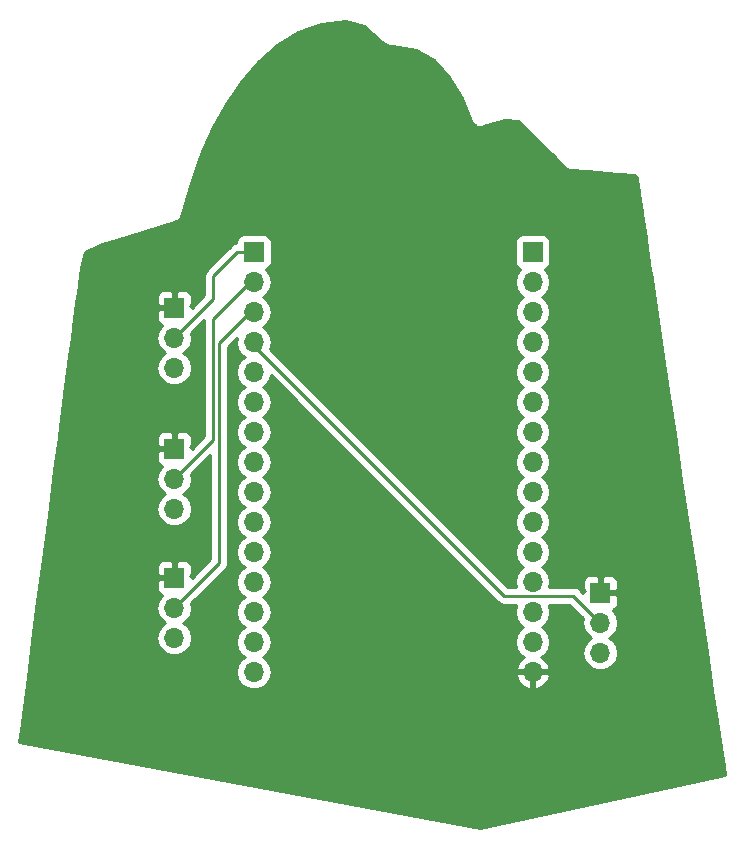
<source format=gbl>
G04 #@! TF.GenerationSoftware,KiCad,Pcbnew,(5.0.0-3-g5ebb6b6)*
G04 #@! TF.CreationDate,2018-09-06T10:07:47-04:00*
G04 #@! TF.ProjectId,PCB,5043422E6B696361645F706362000000,rev?*
G04 #@! TF.SameCoordinates,Original*
G04 #@! TF.FileFunction,Copper,L2,Bot,Signal*
G04 #@! TF.FilePolarity,Positive*
%FSLAX46Y46*%
G04 Gerber Fmt 4.6, Leading zero omitted, Abs format (unit mm)*
G04 Created by KiCad (PCBNEW (5.0.0-3-g5ebb6b6)) date Thursday, September 06, 2018 at 10:07:47 AM*
%MOMM*%
%LPD*%
G01*
G04 APERTURE LIST*
G04 #@! TA.AperFunction,ComponentPad*
%ADD10O,1.700000X1.700000*%
G04 #@! TD*
G04 #@! TA.AperFunction,ComponentPad*
%ADD11R,1.700000X1.700000*%
G04 #@! TD*
G04 #@! TA.AperFunction,Conductor*
%ADD12C,0.250000*%
G04 #@! TD*
G04 #@! TA.AperFunction,Conductor*
%ADD13C,0.254000*%
G04 #@! TD*
G04 APERTURE END LIST*
D10*
G04 #@! TO.P,U1,21*
G04 #@! TO.N,Net-(U1-Pad21)*
X63638000Y-116936000D03*
G04 #@! TO.P,U1,22*
G04 #@! TO.N,GND*
X63638000Y-119476000D03*
G04 #@! TO.P,U1,23*
G04 #@! TO.N,Net-(U1-Pad23)*
X63638000Y-122016000D03*
G04 #@! TO.P,U1,24*
G04 #@! TO.N,Net-(U1-Pad24)*
X63638000Y-124556000D03*
G04 #@! TO.P,U1,30*
G04 #@! TO.N,Net-(U1-Pad30)*
X63638000Y-139796000D03*
G04 #@! TO.P,U1,19*
G04 #@! TO.N,/FLOW4*
X63638000Y-111856000D03*
G04 #@! TO.P,U1,20*
G04 #@! TO.N,Net-(U1-Pad20)*
X63638000Y-114396000D03*
D11*
G04 #@! TO.P,U1,16*
G04 #@! TO.N,/FLOW1*
X63638000Y-104236000D03*
D10*
G04 #@! TO.P,U1,17*
G04 #@! TO.N,/FLOW2*
X63638000Y-106776000D03*
G04 #@! TO.P,U1,18*
G04 #@! TO.N,/FLOW3*
X63638000Y-109316000D03*
G04 #@! TO.P,U1,25*
G04 #@! TO.N,Net-(U1-Pad25)*
X63638000Y-127096000D03*
G04 #@! TO.P,U1,26*
G04 #@! TO.N,Net-(U1-Pad26)*
X63638000Y-129636000D03*
G04 #@! TO.P,U1,27*
G04 #@! TO.N,Net-(U1-Pad27)*
X63638000Y-132176000D03*
G04 #@! TO.P,U1,28*
G04 #@! TO.N,Net-(U1-Pad28)*
X63638000Y-134716000D03*
G04 #@! TO.P,U1,29*
G04 #@! TO.N,GND*
X63638000Y-137256000D03*
D11*
G04 #@! TO.P,U1,1*
G04 #@! TO.N,Net-(U1-Pad1)*
X87238000Y-104236000D03*
D10*
G04 #@! TO.P,U1,2*
G04 #@! TO.N,Net-(U1-Pad2)*
X87238000Y-106776000D03*
G04 #@! TO.P,U1,3*
G04 #@! TO.N,Net-(U1-Pad3)*
X87238000Y-109316000D03*
G04 #@! TO.P,U1,4*
G04 #@! TO.N,Net-(U1-Pad4)*
X87238000Y-111856000D03*
G04 #@! TO.P,U1,5*
G04 #@! TO.N,Net-(U1-Pad5)*
X87238000Y-114396000D03*
G04 #@! TO.P,U1,6*
G04 #@! TO.N,Net-(U1-Pad6)*
X87238000Y-116936000D03*
G04 #@! TO.P,U1,7*
G04 #@! TO.N,Net-(U1-Pad7)*
X87238000Y-119476000D03*
G04 #@! TO.P,U1,8*
G04 #@! TO.N,Net-(U1-Pad8)*
X87238000Y-122016000D03*
G04 #@! TO.P,U1,9*
G04 #@! TO.N,Net-(U1-Pad9)*
X87238000Y-124556000D03*
G04 #@! TO.P,U1,10*
G04 #@! TO.N,GND*
X87238000Y-127096000D03*
G04 #@! TO.P,U1,11*
G04 #@! TO.N,Net-(U1-Pad11)*
X87238000Y-129636000D03*
G04 #@! TO.P,U1,12*
G04 #@! TO.N,Net-(U1-Pad12)*
X87238000Y-132176000D03*
G04 #@! TO.P,U1,13*
G04 #@! TO.N,Net-(U1-Pad13)*
X87238000Y-134716000D03*
G04 #@! TO.P,U1,14*
G04 #@! TO.N,GND*
X87238000Y-137256000D03*
G04 #@! TO.P,U1,15*
G04 #@! TO.N,VCC*
X87238000Y-139796000D03*
G04 #@! TD*
G04 #@! TO.P,J1,3*
G04 #@! TO.N,GND*
X56896000Y-114046000D03*
G04 #@! TO.P,J1,2*
G04 #@! TO.N,/FLOW1*
X56896000Y-111506000D03*
D11*
G04 #@! TO.P,J1,1*
G04 #@! TO.N,VCC*
X56896000Y-108966000D03*
G04 #@! TD*
D10*
G04 #@! TO.P,J2,3*
G04 #@! TO.N,GND*
X56896000Y-125984000D03*
G04 #@! TO.P,J2,2*
G04 #@! TO.N,/FLOW2*
X56896000Y-123444000D03*
D11*
G04 #@! TO.P,J2,1*
G04 #@! TO.N,VCC*
X56896000Y-120904000D03*
G04 #@! TD*
G04 #@! TO.P,J3,1*
G04 #@! TO.N,VCC*
X56896000Y-131826000D03*
D10*
G04 #@! TO.P,J3,2*
G04 #@! TO.N,/FLOW3*
X56896000Y-134366000D03*
G04 #@! TO.P,J3,3*
G04 #@! TO.N,GND*
X56896000Y-136906000D03*
G04 #@! TD*
D11*
G04 #@! TO.P,J4,1*
G04 #@! TO.N,VCC*
X92964000Y-133096000D03*
D10*
G04 #@! TO.P,J4,2*
G04 #@! TO.N,/FLOW4*
X92964000Y-135636000D03*
G04 #@! TO.P,J4,3*
G04 #@! TO.N,GND*
X92964000Y-138176000D03*
G04 #@! TD*
D12*
G04 #@! TO.N,/FLOW1*
X62254000Y-104236000D02*
X60198000Y-106292000D01*
X63354000Y-104236000D02*
X62254000Y-104236000D01*
X60198000Y-108204000D02*
X56896000Y-111506000D01*
X60198000Y-106292000D02*
X60198000Y-108204000D01*
G04 #@! TO.N,/FLOW4*
X92114001Y-134786001D02*
X92964000Y-135636000D01*
X84849001Y-133351001D02*
X90679001Y-133351001D01*
X90679001Y-133351001D02*
X92114001Y-134786001D01*
X63354000Y-111856000D02*
X84849001Y-133351001D01*
G04 #@! TO.N,/FLOW2*
X57745999Y-122594001D02*
X56896000Y-123444000D01*
X60198000Y-120142000D02*
X57745999Y-122594001D01*
X60198000Y-109932000D02*
X60198000Y-120142000D01*
X63354000Y-106776000D02*
X60198000Y-109932000D01*
G04 #@! TO.N,/FLOW3*
X63354000Y-109316000D02*
X60706000Y-111964000D01*
X60706000Y-130556000D02*
X56896000Y-134366000D01*
X60706000Y-111964000D02*
X60706000Y-130556000D01*
G04 #@! TD*
D13*
G04 #@! TO.N,VCC*
G36*
X72992181Y-85122531D02*
X74593258Y-86530484D01*
X74620745Y-86571621D01*
X74701075Y-86625296D01*
X74718715Y-86640808D01*
X74760569Y-86665048D01*
X74861591Y-86732549D01*
X74885239Y-86737253D01*
X74906104Y-86749337D01*
X75026537Y-86765359D01*
X75073978Y-86774795D01*
X75097471Y-86774795D01*
X75193237Y-86787535D01*
X75241042Y-86774795D01*
X75418705Y-86774795D01*
X77353396Y-87114121D01*
X78904520Y-88016038D01*
X80200825Y-89405113D01*
X81257168Y-91174257D01*
X82055441Y-93118329D01*
X82058761Y-93154074D01*
X82110052Y-93251327D01*
X82124053Y-93285424D01*
X82143437Y-93314627D01*
X82193888Y-93410288D01*
X82222932Y-93434395D01*
X82243807Y-93465845D01*
X82333554Y-93526212D01*
X82416777Y-93595288D01*
X82452835Y-93606445D01*
X82484157Y-93627513D01*
X82590177Y-93648940D01*
X82693496Y-93680909D01*
X82731078Y-93677418D01*
X82768079Y-93684896D01*
X82874231Y-93664120D01*
X82909115Y-93660879D01*
X82944429Y-93650380D01*
X83052348Y-93629258D01*
X83082262Y-93609403D01*
X84910865Y-93065764D01*
X86030553Y-93190173D01*
X87123596Y-94249394D01*
X89017790Y-96129083D01*
X89922735Y-97032102D01*
X89945322Y-97071916D01*
X90024394Y-97133545D01*
X90043607Y-97152717D01*
X90080831Y-97177532D01*
X90173788Y-97249983D01*
X90200625Y-97257392D01*
X90223788Y-97272833D01*
X90339397Y-97295701D01*
X90382528Y-97307608D01*
X90409601Y-97309588D01*
X90507945Y-97329041D01*
X90552831Y-97320063D01*
X91774283Y-97409393D01*
X91774801Y-97409535D01*
X91845263Y-97414584D01*
X91916777Y-97419814D01*
X91917318Y-97419747D01*
X94414495Y-97598680D01*
X94417030Y-97599356D01*
X94485931Y-97603798D01*
X94554925Y-97608742D01*
X94557533Y-97608415D01*
X95812336Y-97689317D01*
X96047797Y-97903372D01*
X96062326Y-98002066D01*
X96062318Y-98002220D01*
X96072773Y-98073036D01*
X96083191Y-98143805D01*
X96083243Y-98143950D01*
X96226569Y-99114747D01*
X96226567Y-99114782D01*
X96237262Y-99187175D01*
X96247511Y-99256596D01*
X96247522Y-99256628D01*
X96480882Y-100836228D01*
X96480881Y-100836243D01*
X96491590Y-100908709D01*
X96501840Y-100978093D01*
X96501845Y-100978107D01*
X96813950Y-103090130D01*
X96813949Y-103090142D01*
X96827941Y-103184811D01*
X96834915Y-103232004D01*
X96834917Y-103232009D01*
X97214463Y-105799996D01*
X97214463Y-105800000D01*
X97216426Y-105813278D01*
X97235432Y-105941869D01*
X97235434Y-105941875D01*
X97671109Y-108889330D01*
X97671109Y-108889337D01*
X98193553Y-112423542D01*
X98193554Y-112423545D01*
X98707561Y-115900508D01*
X98707561Y-115900511D01*
X99264744Y-119669376D01*
X99264744Y-119669378D01*
X99832817Y-123511783D01*
X99832817Y-123511787D01*
X100400469Y-127351250D01*
X100400469Y-127351251D01*
X100956390Y-131111283D01*
X100956390Y-131111287D01*
X101489269Y-134715409D01*
X101489269Y-134715410D01*
X101987795Y-138087129D01*
X101987795Y-138087133D01*
X102461635Y-141291849D01*
X102461636Y-141291852D01*
X102857522Y-143969322D01*
X102857523Y-143969326D01*
X103184174Y-146178513D01*
X103412151Y-147720346D01*
X103534874Y-148550328D01*
X82760277Y-153029010D01*
X43775311Y-145726192D01*
X43907470Y-144702876D01*
X44158631Y-142758870D01*
X44488590Y-140206152D01*
X44876681Y-137205336D01*
X45313343Y-133831110D01*
X45699473Y-130849690D01*
X55411000Y-130849690D01*
X55411000Y-131540250D01*
X55569750Y-131699000D01*
X56769000Y-131699000D01*
X56769000Y-130499750D01*
X56610250Y-130341000D01*
X55919691Y-130341000D01*
X55686302Y-130437673D01*
X55507673Y-130616301D01*
X55411000Y-130849690D01*
X45699473Y-130849690D01*
X45781620Y-130215418D01*
X46265962Y-126479242D01*
X46753642Y-122721831D01*
X47116858Y-119927690D01*
X55411000Y-119927690D01*
X55411000Y-120618250D01*
X55569750Y-120777000D01*
X56769000Y-120777000D01*
X56769000Y-119577750D01*
X56610250Y-119419000D01*
X55919691Y-119419000D01*
X55686302Y-119515673D01*
X55507673Y-119694301D01*
X55411000Y-119927690D01*
X47116858Y-119927690D01*
X47229482Y-119061305D01*
X47678357Y-115615405D01*
X48086453Y-112491779D01*
X48215824Y-111506000D01*
X55381908Y-111506000D01*
X55497161Y-112085418D01*
X55825375Y-112576625D01*
X56123761Y-112776000D01*
X55825375Y-112975375D01*
X55497161Y-113466582D01*
X55381908Y-114046000D01*
X55497161Y-114625418D01*
X55825375Y-115116625D01*
X56316582Y-115444839D01*
X56749744Y-115531000D01*
X57042256Y-115531000D01*
X57475418Y-115444839D01*
X57966625Y-115116625D01*
X58294839Y-114625418D01*
X58410092Y-114046000D01*
X58294839Y-113466582D01*
X57966625Y-112975375D01*
X57668239Y-112776000D01*
X57966625Y-112576625D01*
X58294839Y-112085418D01*
X58410092Y-111506000D01*
X58337209Y-111139592D01*
X59438000Y-110038802D01*
X59438001Y-119827197D01*
X58381000Y-120884198D01*
X58381000Y-120776998D01*
X58222252Y-120776998D01*
X58381000Y-120618250D01*
X58381000Y-119927690D01*
X58284327Y-119694301D01*
X58105698Y-119515673D01*
X57872309Y-119419000D01*
X57181750Y-119419000D01*
X57023000Y-119577750D01*
X57023000Y-120777000D01*
X57043000Y-120777000D01*
X57043000Y-121031000D01*
X57023000Y-121031000D01*
X57023000Y-121051000D01*
X56769000Y-121051000D01*
X56769000Y-121031000D01*
X55569750Y-121031000D01*
X55411000Y-121189750D01*
X55411000Y-121880310D01*
X55507673Y-122113699D01*
X55686302Y-122292327D01*
X55847033Y-122358904D01*
X55825375Y-122373375D01*
X55497161Y-122864582D01*
X55381908Y-123444000D01*
X55497161Y-124023418D01*
X55825375Y-124514625D01*
X56123761Y-124714000D01*
X55825375Y-124913375D01*
X55497161Y-125404582D01*
X55381908Y-125984000D01*
X55497161Y-126563418D01*
X55825375Y-127054625D01*
X56316582Y-127382839D01*
X56749744Y-127469000D01*
X57042256Y-127469000D01*
X57475418Y-127382839D01*
X57966625Y-127054625D01*
X58294839Y-126563418D01*
X58410092Y-125984000D01*
X58294839Y-125404582D01*
X57966625Y-124913375D01*
X57668239Y-124714000D01*
X57966625Y-124514625D01*
X58294839Y-124023418D01*
X58410092Y-123444000D01*
X58337209Y-123077592D01*
X59946001Y-121468801D01*
X59946001Y-130241197D01*
X58381000Y-131806198D01*
X58381000Y-131698998D01*
X58222252Y-131698998D01*
X58381000Y-131540250D01*
X58381000Y-130849690D01*
X58284327Y-130616301D01*
X58105698Y-130437673D01*
X57872309Y-130341000D01*
X57181750Y-130341000D01*
X57023000Y-130499750D01*
X57023000Y-131699000D01*
X57043000Y-131699000D01*
X57043000Y-131953000D01*
X57023000Y-131953000D01*
X57023000Y-131973000D01*
X56769000Y-131973000D01*
X56769000Y-131953000D01*
X55569750Y-131953000D01*
X55411000Y-132111750D01*
X55411000Y-132802310D01*
X55507673Y-133035699D01*
X55686302Y-133214327D01*
X55847033Y-133280904D01*
X55825375Y-133295375D01*
X55497161Y-133786582D01*
X55381908Y-134366000D01*
X55497161Y-134945418D01*
X55825375Y-135436625D01*
X56123761Y-135636000D01*
X55825375Y-135835375D01*
X55497161Y-136326582D01*
X55381908Y-136906000D01*
X55497161Y-137485418D01*
X55825375Y-137976625D01*
X56316582Y-138304839D01*
X56749744Y-138391000D01*
X57042256Y-138391000D01*
X57475418Y-138304839D01*
X57966625Y-137976625D01*
X58294839Y-137485418D01*
X58410092Y-136906000D01*
X58294839Y-136326582D01*
X57966625Y-135835375D01*
X57668239Y-135636000D01*
X57966625Y-135436625D01*
X58294839Y-134945418D01*
X58410092Y-134366000D01*
X58337209Y-133999592D01*
X61190473Y-131146329D01*
X61253929Y-131103929D01*
X61300094Y-131034839D01*
X61421904Y-130852538D01*
X61436897Y-130777161D01*
X61466000Y-130630852D01*
X61466000Y-130630848D01*
X61480888Y-130556000D01*
X61466000Y-130481152D01*
X61466000Y-112278801D01*
X62182285Y-111562516D01*
X62123908Y-111856000D01*
X62239161Y-112435418D01*
X62567375Y-112926625D01*
X62865761Y-113126000D01*
X62567375Y-113325375D01*
X62239161Y-113816582D01*
X62123908Y-114396000D01*
X62239161Y-114975418D01*
X62567375Y-115466625D01*
X62865761Y-115666000D01*
X62567375Y-115865375D01*
X62239161Y-116356582D01*
X62123908Y-116936000D01*
X62239161Y-117515418D01*
X62567375Y-118006625D01*
X62865761Y-118206000D01*
X62567375Y-118405375D01*
X62239161Y-118896582D01*
X62123908Y-119476000D01*
X62239161Y-120055418D01*
X62567375Y-120546625D01*
X62865761Y-120746000D01*
X62567375Y-120945375D01*
X62239161Y-121436582D01*
X62123908Y-122016000D01*
X62239161Y-122595418D01*
X62567375Y-123086625D01*
X62865761Y-123286000D01*
X62567375Y-123485375D01*
X62239161Y-123976582D01*
X62123908Y-124556000D01*
X62239161Y-125135418D01*
X62567375Y-125626625D01*
X62865761Y-125826000D01*
X62567375Y-126025375D01*
X62239161Y-126516582D01*
X62123908Y-127096000D01*
X62239161Y-127675418D01*
X62567375Y-128166625D01*
X62865761Y-128366000D01*
X62567375Y-128565375D01*
X62239161Y-129056582D01*
X62123908Y-129636000D01*
X62239161Y-130215418D01*
X62567375Y-130706625D01*
X62865761Y-130906000D01*
X62567375Y-131105375D01*
X62239161Y-131596582D01*
X62123908Y-132176000D01*
X62239161Y-132755418D01*
X62567375Y-133246625D01*
X62865761Y-133446000D01*
X62567375Y-133645375D01*
X62239161Y-134136582D01*
X62123908Y-134716000D01*
X62239161Y-135295418D01*
X62567375Y-135786625D01*
X62865761Y-135986000D01*
X62567375Y-136185375D01*
X62239161Y-136676582D01*
X62123908Y-137256000D01*
X62239161Y-137835418D01*
X62567375Y-138326625D01*
X62865761Y-138526000D01*
X62567375Y-138725375D01*
X62239161Y-139216582D01*
X62123908Y-139796000D01*
X62239161Y-140375418D01*
X62567375Y-140866625D01*
X63058582Y-141194839D01*
X63491744Y-141281000D01*
X63784256Y-141281000D01*
X64217418Y-141194839D01*
X64708625Y-140866625D01*
X65036839Y-140375418D01*
X65081102Y-140152890D01*
X85796524Y-140152890D01*
X85966355Y-140562924D01*
X86356642Y-140991183D01*
X86881108Y-141237486D01*
X87111000Y-141116819D01*
X87111000Y-139923000D01*
X87365000Y-139923000D01*
X87365000Y-141116819D01*
X87594892Y-141237486D01*
X88119358Y-140991183D01*
X88509645Y-140562924D01*
X88679476Y-140152890D01*
X88558155Y-139923000D01*
X87365000Y-139923000D01*
X87111000Y-139923000D01*
X85917845Y-139923000D01*
X85796524Y-140152890D01*
X65081102Y-140152890D01*
X65152092Y-139796000D01*
X65036839Y-139216582D01*
X64708625Y-138725375D01*
X64410239Y-138526000D01*
X64708625Y-138326625D01*
X65036839Y-137835418D01*
X65152092Y-137256000D01*
X65036839Y-136676582D01*
X64708625Y-136185375D01*
X64410239Y-135986000D01*
X64708625Y-135786625D01*
X65036839Y-135295418D01*
X65152092Y-134716000D01*
X65036839Y-134136582D01*
X64708625Y-133645375D01*
X64410239Y-133446000D01*
X64708625Y-133246625D01*
X65036839Y-132755418D01*
X65152092Y-132176000D01*
X65036839Y-131596582D01*
X64708625Y-131105375D01*
X64410239Y-130906000D01*
X64708625Y-130706625D01*
X65036839Y-130215418D01*
X65152092Y-129636000D01*
X65036839Y-129056582D01*
X64708625Y-128565375D01*
X64410239Y-128366000D01*
X64708625Y-128166625D01*
X65036839Y-127675418D01*
X65152092Y-127096000D01*
X65036839Y-126516582D01*
X64708625Y-126025375D01*
X64410239Y-125826000D01*
X64708625Y-125626625D01*
X65036839Y-125135418D01*
X65152092Y-124556000D01*
X65036839Y-123976582D01*
X64708625Y-123485375D01*
X64410239Y-123286000D01*
X64708625Y-123086625D01*
X65036839Y-122595418D01*
X65152092Y-122016000D01*
X65036839Y-121436582D01*
X64708625Y-120945375D01*
X64410239Y-120746000D01*
X64708625Y-120546625D01*
X65036839Y-120055418D01*
X65152092Y-119476000D01*
X65036839Y-118896582D01*
X64708625Y-118405375D01*
X64410239Y-118206000D01*
X64708625Y-118006625D01*
X65036839Y-117515418D01*
X65152092Y-116936000D01*
X65036839Y-116356582D01*
X64708625Y-115865375D01*
X64410239Y-115666000D01*
X64708625Y-115466625D01*
X65036839Y-114975418D01*
X65096862Y-114673663D01*
X84258671Y-133835473D01*
X84301072Y-133898930D01*
X84552464Y-134066905D01*
X84774149Y-134111001D01*
X84774154Y-134111001D01*
X84849001Y-134125889D01*
X84923848Y-134111001D01*
X85856254Y-134111001D01*
X85839161Y-134136582D01*
X85723908Y-134716000D01*
X85839161Y-135295418D01*
X86167375Y-135786625D01*
X86465761Y-135986000D01*
X86167375Y-136185375D01*
X85839161Y-136676582D01*
X85723908Y-137256000D01*
X85839161Y-137835418D01*
X86167375Y-138326625D01*
X86486478Y-138539843D01*
X86356642Y-138600817D01*
X85966355Y-139029076D01*
X85796524Y-139439110D01*
X85917845Y-139669000D01*
X87111000Y-139669000D01*
X87111000Y-139649000D01*
X87365000Y-139649000D01*
X87365000Y-139669000D01*
X88558155Y-139669000D01*
X88679476Y-139439110D01*
X88509645Y-139029076D01*
X88119358Y-138600817D01*
X87989522Y-138539843D01*
X88308625Y-138326625D01*
X88636839Y-137835418D01*
X88752092Y-137256000D01*
X88636839Y-136676582D01*
X88308625Y-136185375D01*
X88010239Y-135986000D01*
X88308625Y-135786625D01*
X88636839Y-135295418D01*
X88752092Y-134716000D01*
X88636839Y-134136582D01*
X88619746Y-134111001D01*
X90364200Y-134111001D01*
X91522791Y-135269593D01*
X91449908Y-135636000D01*
X91565161Y-136215418D01*
X91893375Y-136706625D01*
X92191761Y-136906000D01*
X91893375Y-137105375D01*
X91565161Y-137596582D01*
X91449908Y-138176000D01*
X91565161Y-138755418D01*
X91893375Y-139246625D01*
X92384582Y-139574839D01*
X92817744Y-139661000D01*
X93110256Y-139661000D01*
X93543418Y-139574839D01*
X94034625Y-139246625D01*
X94362839Y-138755418D01*
X94478092Y-138176000D01*
X94362839Y-137596582D01*
X94034625Y-137105375D01*
X93736239Y-136906000D01*
X94034625Y-136706625D01*
X94362839Y-136215418D01*
X94478092Y-135636000D01*
X94362839Y-135056582D01*
X94034625Y-134565375D01*
X94012967Y-134550904D01*
X94173698Y-134484327D01*
X94352327Y-134305699D01*
X94449000Y-134072310D01*
X94449000Y-133381750D01*
X94290250Y-133223000D01*
X93091000Y-133223000D01*
X93091000Y-133243000D01*
X92837000Y-133243000D01*
X92837000Y-133223000D01*
X92817000Y-133223000D01*
X92817000Y-132969000D01*
X92837000Y-132969000D01*
X92837000Y-131769750D01*
X93091000Y-131769750D01*
X93091000Y-132969000D01*
X94290250Y-132969000D01*
X94449000Y-132810250D01*
X94449000Y-132119690D01*
X94352327Y-131886301D01*
X94173698Y-131707673D01*
X93940309Y-131611000D01*
X93249750Y-131611000D01*
X93091000Y-131769750D01*
X92837000Y-131769750D01*
X92678250Y-131611000D01*
X91987691Y-131611000D01*
X91754302Y-131707673D01*
X91575673Y-131886301D01*
X91479000Y-132119690D01*
X91479000Y-132810250D01*
X91637748Y-132968998D01*
X91479000Y-132968998D01*
X91479000Y-133076198D01*
X91269332Y-132866531D01*
X91226930Y-132803072D01*
X90975538Y-132635097D01*
X90753853Y-132591001D01*
X90753848Y-132591001D01*
X90679001Y-132576113D01*
X90604154Y-132591001D01*
X88669543Y-132591001D01*
X88752092Y-132176000D01*
X88636839Y-131596582D01*
X88308625Y-131105375D01*
X88010239Y-130906000D01*
X88308625Y-130706625D01*
X88636839Y-130215418D01*
X88752092Y-129636000D01*
X88636839Y-129056582D01*
X88308625Y-128565375D01*
X88010239Y-128366000D01*
X88308625Y-128166625D01*
X88636839Y-127675418D01*
X88752092Y-127096000D01*
X88636839Y-126516582D01*
X88308625Y-126025375D01*
X88010239Y-125826000D01*
X88308625Y-125626625D01*
X88636839Y-125135418D01*
X88752092Y-124556000D01*
X88636839Y-123976582D01*
X88308625Y-123485375D01*
X88010239Y-123286000D01*
X88308625Y-123086625D01*
X88636839Y-122595418D01*
X88752092Y-122016000D01*
X88636839Y-121436582D01*
X88308625Y-120945375D01*
X88010239Y-120746000D01*
X88308625Y-120546625D01*
X88636839Y-120055418D01*
X88752092Y-119476000D01*
X88636839Y-118896582D01*
X88308625Y-118405375D01*
X88010239Y-118206000D01*
X88308625Y-118006625D01*
X88636839Y-117515418D01*
X88752092Y-116936000D01*
X88636839Y-116356582D01*
X88308625Y-115865375D01*
X88010239Y-115666000D01*
X88308625Y-115466625D01*
X88636839Y-114975418D01*
X88752092Y-114396000D01*
X88636839Y-113816582D01*
X88308625Y-113325375D01*
X88010239Y-113126000D01*
X88308625Y-112926625D01*
X88636839Y-112435418D01*
X88752092Y-111856000D01*
X88636839Y-111276582D01*
X88308625Y-110785375D01*
X88010239Y-110586000D01*
X88308625Y-110386625D01*
X88636839Y-109895418D01*
X88752092Y-109316000D01*
X88636839Y-108736582D01*
X88308625Y-108245375D01*
X88010239Y-108046000D01*
X88308625Y-107846625D01*
X88636839Y-107355418D01*
X88752092Y-106776000D01*
X88636839Y-106196582D01*
X88308625Y-105705375D01*
X88290381Y-105693184D01*
X88335765Y-105684157D01*
X88545809Y-105543809D01*
X88686157Y-105333765D01*
X88735440Y-105086000D01*
X88735440Y-103386000D01*
X88686157Y-103138235D01*
X88545809Y-102928191D01*
X88335765Y-102787843D01*
X88088000Y-102738560D01*
X86388000Y-102738560D01*
X86140235Y-102787843D01*
X85930191Y-102928191D01*
X85789843Y-103138235D01*
X85740560Y-103386000D01*
X85740560Y-105086000D01*
X85789843Y-105333765D01*
X85930191Y-105543809D01*
X86140235Y-105684157D01*
X86185619Y-105693184D01*
X86167375Y-105705375D01*
X85839161Y-106196582D01*
X85723908Y-106776000D01*
X85839161Y-107355418D01*
X86167375Y-107846625D01*
X86465761Y-108046000D01*
X86167375Y-108245375D01*
X85839161Y-108736582D01*
X85723908Y-109316000D01*
X85839161Y-109895418D01*
X86167375Y-110386625D01*
X86465761Y-110586000D01*
X86167375Y-110785375D01*
X85839161Y-111276582D01*
X85723908Y-111856000D01*
X85839161Y-112435418D01*
X86167375Y-112926625D01*
X86465761Y-113126000D01*
X86167375Y-113325375D01*
X85839161Y-113816582D01*
X85723908Y-114396000D01*
X85839161Y-114975418D01*
X86167375Y-115466625D01*
X86465761Y-115666000D01*
X86167375Y-115865375D01*
X85839161Y-116356582D01*
X85723908Y-116936000D01*
X85839161Y-117515418D01*
X86167375Y-118006625D01*
X86465761Y-118206000D01*
X86167375Y-118405375D01*
X85839161Y-118896582D01*
X85723908Y-119476000D01*
X85839161Y-120055418D01*
X86167375Y-120546625D01*
X86465761Y-120746000D01*
X86167375Y-120945375D01*
X85839161Y-121436582D01*
X85723908Y-122016000D01*
X85839161Y-122595418D01*
X86167375Y-123086625D01*
X86465761Y-123286000D01*
X86167375Y-123485375D01*
X85839161Y-123976582D01*
X85723908Y-124556000D01*
X85839161Y-125135418D01*
X86167375Y-125626625D01*
X86465761Y-125826000D01*
X86167375Y-126025375D01*
X85839161Y-126516582D01*
X85723908Y-127096000D01*
X85839161Y-127675418D01*
X86167375Y-128166625D01*
X86465761Y-128366000D01*
X86167375Y-128565375D01*
X85839161Y-129056582D01*
X85723908Y-129636000D01*
X85839161Y-130215418D01*
X86167375Y-130706625D01*
X86465761Y-130906000D01*
X86167375Y-131105375D01*
X85839161Y-131596582D01*
X85723908Y-132176000D01*
X85806457Y-132591001D01*
X85163803Y-132591001D01*
X65025375Y-112452574D01*
X65036839Y-112435418D01*
X65152092Y-111856000D01*
X65036839Y-111276582D01*
X64708625Y-110785375D01*
X64410239Y-110586000D01*
X64708625Y-110386625D01*
X65036839Y-109895418D01*
X65152092Y-109316000D01*
X65036839Y-108736582D01*
X64708625Y-108245375D01*
X64410239Y-108046000D01*
X64708625Y-107846625D01*
X65036839Y-107355418D01*
X65152092Y-106776000D01*
X65036839Y-106196582D01*
X64708625Y-105705375D01*
X64690381Y-105693184D01*
X64735765Y-105684157D01*
X64945809Y-105543809D01*
X65086157Y-105333765D01*
X65135440Y-105086000D01*
X65135440Y-103386000D01*
X65086157Y-103138235D01*
X64945809Y-102928191D01*
X64735765Y-102787843D01*
X64488000Y-102738560D01*
X62788000Y-102738560D01*
X62540235Y-102787843D01*
X62330191Y-102928191D01*
X62189843Y-103138235D01*
X62140560Y-103386000D01*
X62140560Y-103483676D01*
X61957463Y-103520096D01*
X61706071Y-103688071D01*
X61663671Y-103751527D01*
X59713530Y-105701669D01*
X59650071Y-105744071D01*
X59482096Y-105995464D01*
X59438000Y-106217149D01*
X59438000Y-106217153D01*
X59423112Y-106292000D01*
X59438000Y-106366847D01*
X59438001Y-107889197D01*
X58381000Y-108946198D01*
X58381000Y-108838998D01*
X58222252Y-108838998D01*
X58381000Y-108680250D01*
X58381000Y-107989690D01*
X58284327Y-107756301D01*
X58105698Y-107577673D01*
X57872309Y-107481000D01*
X57181750Y-107481000D01*
X57023000Y-107639750D01*
X57023000Y-108839000D01*
X57043000Y-108839000D01*
X57043000Y-109093000D01*
X57023000Y-109093000D01*
X57023000Y-109113000D01*
X56769000Y-109113000D01*
X56769000Y-109093000D01*
X55569750Y-109093000D01*
X55411000Y-109251750D01*
X55411000Y-109942310D01*
X55507673Y-110175699D01*
X55686302Y-110354327D01*
X55847033Y-110420904D01*
X55825375Y-110435375D01*
X55497161Y-110926582D01*
X55381908Y-111506000D01*
X48215824Y-111506000D01*
X48438196Y-109811578D01*
X48679140Y-107989690D01*
X55411000Y-107989690D01*
X55411000Y-108680250D01*
X55569750Y-108839000D01*
X56769000Y-108839000D01*
X56769000Y-107639750D01*
X56610250Y-107481000D01*
X55919691Y-107481000D01*
X55686302Y-107577673D01*
X55507673Y-107756301D01*
X55411000Y-107989690D01*
X48679140Y-107989690D01*
X48719631Y-107683526D01*
X48915638Y-106225231D01*
X49005626Y-105592209D01*
X49372956Y-104243508D01*
X50797597Y-103601575D01*
X51735876Y-103293454D01*
X53918048Y-102612303D01*
X56900820Y-101694375D01*
X56913596Y-101695145D01*
X57038792Y-101651915D01*
X57095543Y-101634450D01*
X57106508Y-101628532D01*
X57187395Y-101600602D01*
X57232760Y-101560396D01*
X57286109Y-101531604D01*
X57340133Y-101465232D01*
X57404172Y-101408476D01*
X57430697Y-101353970D01*
X57468967Y-101306954D01*
X57493480Y-101224959D01*
X57498930Y-101213761D01*
X57513988Y-101156362D01*
X57551937Y-101029428D01*
X57550631Y-101016691D01*
X57954416Y-99477563D01*
X58539936Y-97630177D01*
X59284799Y-95662930D01*
X60194897Y-93653694D01*
X61275222Y-91680003D01*
X62529342Y-89818999D01*
X63959065Y-88146413D01*
X65564836Y-86734640D01*
X67348548Y-85650128D01*
X69319878Y-84953171D01*
X71447163Y-84711310D01*
X72992181Y-85122531D01*
X72992181Y-85122531D01*
G37*
X72992181Y-85122531D02*
X74593258Y-86530484D01*
X74620745Y-86571621D01*
X74701075Y-86625296D01*
X74718715Y-86640808D01*
X74760569Y-86665048D01*
X74861591Y-86732549D01*
X74885239Y-86737253D01*
X74906104Y-86749337D01*
X75026537Y-86765359D01*
X75073978Y-86774795D01*
X75097471Y-86774795D01*
X75193237Y-86787535D01*
X75241042Y-86774795D01*
X75418705Y-86774795D01*
X77353396Y-87114121D01*
X78904520Y-88016038D01*
X80200825Y-89405113D01*
X81257168Y-91174257D01*
X82055441Y-93118329D01*
X82058761Y-93154074D01*
X82110052Y-93251327D01*
X82124053Y-93285424D01*
X82143437Y-93314627D01*
X82193888Y-93410288D01*
X82222932Y-93434395D01*
X82243807Y-93465845D01*
X82333554Y-93526212D01*
X82416777Y-93595288D01*
X82452835Y-93606445D01*
X82484157Y-93627513D01*
X82590177Y-93648940D01*
X82693496Y-93680909D01*
X82731078Y-93677418D01*
X82768079Y-93684896D01*
X82874231Y-93664120D01*
X82909115Y-93660879D01*
X82944429Y-93650380D01*
X83052348Y-93629258D01*
X83082262Y-93609403D01*
X84910865Y-93065764D01*
X86030553Y-93190173D01*
X87123596Y-94249394D01*
X89017790Y-96129083D01*
X89922735Y-97032102D01*
X89945322Y-97071916D01*
X90024394Y-97133545D01*
X90043607Y-97152717D01*
X90080831Y-97177532D01*
X90173788Y-97249983D01*
X90200625Y-97257392D01*
X90223788Y-97272833D01*
X90339397Y-97295701D01*
X90382528Y-97307608D01*
X90409601Y-97309588D01*
X90507945Y-97329041D01*
X90552831Y-97320063D01*
X91774283Y-97409393D01*
X91774801Y-97409535D01*
X91845263Y-97414584D01*
X91916777Y-97419814D01*
X91917318Y-97419747D01*
X94414495Y-97598680D01*
X94417030Y-97599356D01*
X94485931Y-97603798D01*
X94554925Y-97608742D01*
X94557533Y-97608415D01*
X95812336Y-97689317D01*
X96047797Y-97903372D01*
X96062326Y-98002066D01*
X96062318Y-98002220D01*
X96072773Y-98073036D01*
X96083191Y-98143805D01*
X96083243Y-98143950D01*
X96226569Y-99114747D01*
X96226567Y-99114782D01*
X96237262Y-99187175D01*
X96247511Y-99256596D01*
X96247522Y-99256628D01*
X96480882Y-100836228D01*
X96480881Y-100836243D01*
X96491590Y-100908709D01*
X96501840Y-100978093D01*
X96501845Y-100978107D01*
X96813950Y-103090130D01*
X96813949Y-103090142D01*
X96827941Y-103184811D01*
X96834915Y-103232004D01*
X96834917Y-103232009D01*
X97214463Y-105799996D01*
X97214463Y-105800000D01*
X97216426Y-105813278D01*
X97235432Y-105941869D01*
X97235434Y-105941875D01*
X97671109Y-108889330D01*
X97671109Y-108889337D01*
X98193553Y-112423542D01*
X98193554Y-112423545D01*
X98707561Y-115900508D01*
X98707561Y-115900511D01*
X99264744Y-119669376D01*
X99264744Y-119669378D01*
X99832817Y-123511783D01*
X99832817Y-123511787D01*
X100400469Y-127351250D01*
X100400469Y-127351251D01*
X100956390Y-131111283D01*
X100956390Y-131111287D01*
X101489269Y-134715409D01*
X101489269Y-134715410D01*
X101987795Y-138087129D01*
X101987795Y-138087133D01*
X102461635Y-141291849D01*
X102461636Y-141291852D01*
X102857522Y-143969322D01*
X102857523Y-143969326D01*
X103184174Y-146178513D01*
X103412151Y-147720346D01*
X103534874Y-148550328D01*
X82760277Y-153029010D01*
X43775311Y-145726192D01*
X43907470Y-144702876D01*
X44158631Y-142758870D01*
X44488590Y-140206152D01*
X44876681Y-137205336D01*
X45313343Y-133831110D01*
X45699473Y-130849690D01*
X55411000Y-130849690D01*
X55411000Y-131540250D01*
X55569750Y-131699000D01*
X56769000Y-131699000D01*
X56769000Y-130499750D01*
X56610250Y-130341000D01*
X55919691Y-130341000D01*
X55686302Y-130437673D01*
X55507673Y-130616301D01*
X55411000Y-130849690D01*
X45699473Y-130849690D01*
X45781620Y-130215418D01*
X46265962Y-126479242D01*
X46753642Y-122721831D01*
X47116858Y-119927690D01*
X55411000Y-119927690D01*
X55411000Y-120618250D01*
X55569750Y-120777000D01*
X56769000Y-120777000D01*
X56769000Y-119577750D01*
X56610250Y-119419000D01*
X55919691Y-119419000D01*
X55686302Y-119515673D01*
X55507673Y-119694301D01*
X55411000Y-119927690D01*
X47116858Y-119927690D01*
X47229482Y-119061305D01*
X47678357Y-115615405D01*
X48086453Y-112491779D01*
X48215824Y-111506000D01*
X55381908Y-111506000D01*
X55497161Y-112085418D01*
X55825375Y-112576625D01*
X56123761Y-112776000D01*
X55825375Y-112975375D01*
X55497161Y-113466582D01*
X55381908Y-114046000D01*
X55497161Y-114625418D01*
X55825375Y-115116625D01*
X56316582Y-115444839D01*
X56749744Y-115531000D01*
X57042256Y-115531000D01*
X57475418Y-115444839D01*
X57966625Y-115116625D01*
X58294839Y-114625418D01*
X58410092Y-114046000D01*
X58294839Y-113466582D01*
X57966625Y-112975375D01*
X57668239Y-112776000D01*
X57966625Y-112576625D01*
X58294839Y-112085418D01*
X58410092Y-111506000D01*
X58337209Y-111139592D01*
X59438000Y-110038802D01*
X59438001Y-119827197D01*
X58381000Y-120884198D01*
X58381000Y-120776998D01*
X58222252Y-120776998D01*
X58381000Y-120618250D01*
X58381000Y-119927690D01*
X58284327Y-119694301D01*
X58105698Y-119515673D01*
X57872309Y-119419000D01*
X57181750Y-119419000D01*
X57023000Y-119577750D01*
X57023000Y-120777000D01*
X57043000Y-120777000D01*
X57043000Y-121031000D01*
X57023000Y-121031000D01*
X57023000Y-121051000D01*
X56769000Y-121051000D01*
X56769000Y-121031000D01*
X55569750Y-121031000D01*
X55411000Y-121189750D01*
X55411000Y-121880310D01*
X55507673Y-122113699D01*
X55686302Y-122292327D01*
X55847033Y-122358904D01*
X55825375Y-122373375D01*
X55497161Y-122864582D01*
X55381908Y-123444000D01*
X55497161Y-124023418D01*
X55825375Y-124514625D01*
X56123761Y-124714000D01*
X55825375Y-124913375D01*
X55497161Y-125404582D01*
X55381908Y-125984000D01*
X55497161Y-126563418D01*
X55825375Y-127054625D01*
X56316582Y-127382839D01*
X56749744Y-127469000D01*
X57042256Y-127469000D01*
X57475418Y-127382839D01*
X57966625Y-127054625D01*
X58294839Y-126563418D01*
X58410092Y-125984000D01*
X58294839Y-125404582D01*
X57966625Y-124913375D01*
X57668239Y-124714000D01*
X57966625Y-124514625D01*
X58294839Y-124023418D01*
X58410092Y-123444000D01*
X58337209Y-123077592D01*
X59946001Y-121468801D01*
X59946001Y-130241197D01*
X58381000Y-131806198D01*
X58381000Y-131698998D01*
X58222252Y-131698998D01*
X58381000Y-131540250D01*
X58381000Y-130849690D01*
X58284327Y-130616301D01*
X58105698Y-130437673D01*
X57872309Y-130341000D01*
X57181750Y-130341000D01*
X57023000Y-130499750D01*
X57023000Y-131699000D01*
X57043000Y-131699000D01*
X57043000Y-131953000D01*
X57023000Y-131953000D01*
X57023000Y-131973000D01*
X56769000Y-131973000D01*
X56769000Y-131953000D01*
X55569750Y-131953000D01*
X55411000Y-132111750D01*
X55411000Y-132802310D01*
X55507673Y-133035699D01*
X55686302Y-133214327D01*
X55847033Y-133280904D01*
X55825375Y-133295375D01*
X55497161Y-133786582D01*
X55381908Y-134366000D01*
X55497161Y-134945418D01*
X55825375Y-135436625D01*
X56123761Y-135636000D01*
X55825375Y-135835375D01*
X55497161Y-136326582D01*
X55381908Y-136906000D01*
X55497161Y-137485418D01*
X55825375Y-137976625D01*
X56316582Y-138304839D01*
X56749744Y-138391000D01*
X57042256Y-138391000D01*
X57475418Y-138304839D01*
X57966625Y-137976625D01*
X58294839Y-137485418D01*
X58410092Y-136906000D01*
X58294839Y-136326582D01*
X57966625Y-135835375D01*
X57668239Y-135636000D01*
X57966625Y-135436625D01*
X58294839Y-134945418D01*
X58410092Y-134366000D01*
X58337209Y-133999592D01*
X61190473Y-131146329D01*
X61253929Y-131103929D01*
X61300094Y-131034839D01*
X61421904Y-130852538D01*
X61436897Y-130777161D01*
X61466000Y-130630852D01*
X61466000Y-130630848D01*
X61480888Y-130556000D01*
X61466000Y-130481152D01*
X61466000Y-112278801D01*
X62182285Y-111562516D01*
X62123908Y-111856000D01*
X62239161Y-112435418D01*
X62567375Y-112926625D01*
X62865761Y-113126000D01*
X62567375Y-113325375D01*
X62239161Y-113816582D01*
X62123908Y-114396000D01*
X62239161Y-114975418D01*
X62567375Y-115466625D01*
X62865761Y-115666000D01*
X62567375Y-115865375D01*
X62239161Y-116356582D01*
X62123908Y-116936000D01*
X62239161Y-117515418D01*
X62567375Y-118006625D01*
X62865761Y-118206000D01*
X62567375Y-118405375D01*
X62239161Y-118896582D01*
X62123908Y-119476000D01*
X62239161Y-120055418D01*
X62567375Y-120546625D01*
X62865761Y-120746000D01*
X62567375Y-120945375D01*
X62239161Y-121436582D01*
X62123908Y-122016000D01*
X62239161Y-122595418D01*
X62567375Y-123086625D01*
X62865761Y-123286000D01*
X62567375Y-123485375D01*
X62239161Y-123976582D01*
X62123908Y-124556000D01*
X62239161Y-125135418D01*
X62567375Y-125626625D01*
X62865761Y-125826000D01*
X62567375Y-126025375D01*
X62239161Y-126516582D01*
X62123908Y-127096000D01*
X62239161Y-127675418D01*
X62567375Y-128166625D01*
X62865761Y-128366000D01*
X62567375Y-128565375D01*
X62239161Y-129056582D01*
X62123908Y-129636000D01*
X62239161Y-130215418D01*
X62567375Y-130706625D01*
X62865761Y-130906000D01*
X62567375Y-131105375D01*
X62239161Y-131596582D01*
X62123908Y-132176000D01*
X62239161Y-132755418D01*
X62567375Y-133246625D01*
X62865761Y-133446000D01*
X62567375Y-133645375D01*
X62239161Y-134136582D01*
X62123908Y-134716000D01*
X62239161Y-135295418D01*
X62567375Y-135786625D01*
X62865761Y-135986000D01*
X62567375Y-136185375D01*
X62239161Y-136676582D01*
X62123908Y-137256000D01*
X62239161Y-137835418D01*
X62567375Y-138326625D01*
X62865761Y-138526000D01*
X62567375Y-138725375D01*
X62239161Y-139216582D01*
X62123908Y-139796000D01*
X62239161Y-140375418D01*
X62567375Y-140866625D01*
X63058582Y-141194839D01*
X63491744Y-141281000D01*
X63784256Y-141281000D01*
X64217418Y-141194839D01*
X64708625Y-140866625D01*
X65036839Y-140375418D01*
X65081102Y-140152890D01*
X85796524Y-140152890D01*
X85966355Y-140562924D01*
X86356642Y-140991183D01*
X86881108Y-141237486D01*
X87111000Y-141116819D01*
X87111000Y-139923000D01*
X87365000Y-139923000D01*
X87365000Y-141116819D01*
X87594892Y-141237486D01*
X88119358Y-140991183D01*
X88509645Y-140562924D01*
X88679476Y-140152890D01*
X88558155Y-139923000D01*
X87365000Y-139923000D01*
X87111000Y-139923000D01*
X85917845Y-139923000D01*
X85796524Y-140152890D01*
X65081102Y-140152890D01*
X65152092Y-139796000D01*
X65036839Y-139216582D01*
X64708625Y-138725375D01*
X64410239Y-138526000D01*
X64708625Y-138326625D01*
X65036839Y-137835418D01*
X65152092Y-137256000D01*
X65036839Y-136676582D01*
X64708625Y-136185375D01*
X64410239Y-135986000D01*
X64708625Y-135786625D01*
X65036839Y-135295418D01*
X65152092Y-134716000D01*
X65036839Y-134136582D01*
X64708625Y-133645375D01*
X64410239Y-133446000D01*
X64708625Y-133246625D01*
X65036839Y-132755418D01*
X65152092Y-132176000D01*
X65036839Y-131596582D01*
X64708625Y-131105375D01*
X64410239Y-130906000D01*
X64708625Y-130706625D01*
X65036839Y-130215418D01*
X65152092Y-129636000D01*
X65036839Y-129056582D01*
X64708625Y-128565375D01*
X64410239Y-128366000D01*
X64708625Y-128166625D01*
X65036839Y-127675418D01*
X65152092Y-127096000D01*
X65036839Y-126516582D01*
X64708625Y-126025375D01*
X64410239Y-125826000D01*
X64708625Y-125626625D01*
X65036839Y-125135418D01*
X65152092Y-124556000D01*
X65036839Y-123976582D01*
X64708625Y-123485375D01*
X64410239Y-123286000D01*
X64708625Y-123086625D01*
X65036839Y-122595418D01*
X65152092Y-122016000D01*
X65036839Y-121436582D01*
X64708625Y-120945375D01*
X64410239Y-120746000D01*
X64708625Y-120546625D01*
X65036839Y-120055418D01*
X65152092Y-119476000D01*
X65036839Y-118896582D01*
X64708625Y-118405375D01*
X64410239Y-118206000D01*
X64708625Y-118006625D01*
X65036839Y-117515418D01*
X65152092Y-116936000D01*
X65036839Y-116356582D01*
X64708625Y-115865375D01*
X64410239Y-115666000D01*
X64708625Y-115466625D01*
X65036839Y-114975418D01*
X65096862Y-114673663D01*
X84258671Y-133835473D01*
X84301072Y-133898930D01*
X84552464Y-134066905D01*
X84774149Y-134111001D01*
X84774154Y-134111001D01*
X84849001Y-134125889D01*
X84923848Y-134111001D01*
X85856254Y-134111001D01*
X85839161Y-134136582D01*
X85723908Y-134716000D01*
X85839161Y-135295418D01*
X86167375Y-135786625D01*
X86465761Y-135986000D01*
X86167375Y-136185375D01*
X85839161Y-136676582D01*
X85723908Y-137256000D01*
X85839161Y-137835418D01*
X86167375Y-138326625D01*
X86486478Y-138539843D01*
X86356642Y-138600817D01*
X85966355Y-139029076D01*
X85796524Y-139439110D01*
X85917845Y-139669000D01*
X87111000Y-139669000D01*
X87111000Y-139649000D01*
X87365000Y-139649000D01*
X87365000Y-139669000D01*
X88558155Y-139669000D01*
X88679476Y-139439110D01*
X88509645Y-139029076D01*
X88119358Y-138600817D01*
X87989522Y-138539843D01*
X88308625Y-138326625D01*
X88636839Y-137835418D01*
X88752092Y-137256000D01*
X88636839Y-136676582D01*
X88308625Y-136185375D01*
X88010239Y-135986000D01*
X88308625Y-135786625D01*
X88636839Y-135295418D01*
X88752092Y-134716000D01*
X88636839Y-134136582D01*
X88619746Y-134111001D01*
X90364200Y-134111001D01*
X91522791Y-135269593D01*
X91449908Y-135636000D01*
X91565161Y-136215418D01*
X91893375Y-136706625D01*
X92191761Y-136906000D01*
X91893375Y-137105375D01*
X91565161Y-137596582D01*
X91449908Y-138176000D01*
X91565161Y-138755418D01*
X91893375Y-139246625D01*
X92384582Y-139574839D01*
X92817744Y-139661000D01*
X93110256Y-139661000D01*
X93543418Y-139574839D01*
X94034625Y-139246625D01*
X94362839Y-138755418D01*
X94478092Y-138176000D01*
X94362839Y-137596582D01*
X94034625Y-137105375D01*
X93736239Y-136906000D01*
X94034625Y-136706625D01*
X94362839Y-136215418D01*
X94478092Y-135636000D01*
X94362839Y-135056582D01*
X94034625Y-134565375D01*
X94012967Y-134550904D01*
X94173698Y-134484327D01*
X94352327Y-134305699D01*
X94449000Y-134072310D01*
X94449000Y-133381750D01*
X94290250Y-133223000D01*
X93091000Y-133223000D01*
X93091000Y-133243000D01*
X92837000Y-133243000D01*
X92837000Y-133223000D01*
X92817000Y-133223000D01*
X92817000Y-132969000D01*
X92837000Y-132969000D01*
X92837000Y-131769750D01*
X93091000Y-131769750D01*
X93091000Y-132969000D01*
X94290250Y-132969000D01*
X94449000Y-132810250D01*
X94449000Y-132119690D01*
X94352327Y-131886301D01*
X94173698Y-131707673D01*
X93940309Y-131611000D01*
X93249750Y-131611000D01*
X93091000Y-131769750D01*
X92837000Y-131769750D01*
X92678250Y-131611000D01*
X91987691Y-131611000D01*
X91754302Y-131707673D01*
X91575673Y-131886301D01*
X91479000Y-132119690D01*
X91479000Y-132810250D01*
X91637748Y-132968998D01*
X91479000Y-132968998D01*
X91479000Y-133076198D01*
X91269332Y-132866531D01*
X91226930Y-132803072D01*
X90975538Y-132635097D01*
X90753853Y-132591001D01*
X90753848Y-132591001D01*
X90679001Y-132576113D01*
X90604154Y-132591001D01*
X88669543Y-132591001D01*
X88752092Y-132176000D01*
X88636839Y-131596582D01*
X88308625Y-131105375D01*
X88010239Y-130906000D01*
X88308625Y-130706625D01*
X88636839Y-130215418D01*
X88752092Y-129636000D01*
X88636839Y-129056582D01*
X88308625Y-128565375D01*
X88010239Y-128366000D01*
X88308625Y-128166625D01*
X88636839Y-127675418D01*
X88752092Y-127096000D01*
X88636839Y-126516582D01*
X88308625Y-126025375D01*
X88010239Y-125826000D01*
X88308625Y-125626625D01*
X88636839Y-125135418D01*
X88752092Y-124556000D01*
X88636839Y-123976582D01*
X88308625Y-123485375D01*
X88010239Y-123286000D01*
X88308625Y-123086625D01*
X88636839Y-122595418D01*
X88752092Y-122016000D01*
X88636839Y-121436582D01*
X88308625Y-120945375D01*
X88010239Y-120746000D01*
X88308625Y-120546625D01*
X88636839Y-120055418D01*
X88752092Y-119476000D01*
X88636839Y-118896582D01*
X88308625Y-118405375D01*
X88010239Y-118206000D01*
X88308625Y-118006625D01*
X88636839Y-117515418D01*
X88752092Y-116936000D01*
X88636839Y-116356582D01*
X88308625Y-115865375D01*
X88010239Y-115666000D01*
X88308625Y-115466625D01*
X88636839Y-114975418D01*
X88752092Y-114396000D01*
X88636839Y-113816582D01*
X88308625Y-113325375D01*
X88010239Y-113126000D01*
X88308625Y-112926625D01*
X88636839Y-112435418D01*
X88752092Y-111856000D01*
X88636839Y-111276582D01*
X88308625Y-110785375D01*
X88010239Y-110586000D01*
X88308625Y-110386625D01*
X88636839Y-109895418D01*
X88752092Y-109316000D01*
X88636839Y-108736582D01*
X88308625Y-108245375D01*
X88010239Y-108046000D01*
X88308625Y-107846625D01*
X88636839Y-107355418D01*
X88752092Y-106776000D01*
X88636839Y-106196582D01*
X88308625Y-105705375D01*
X88290381Y-105693184D01*
X88335765Y-105684157D01*
X88545809Y-105543809D01*
X88686157Y-105333765D01*
X88735440Y-105086000D01*
X88735440Y-103386000D01*
X88686157Y-103138235D01*
X88545809Y-102928191D01*
X88335765Y-102787843D01*
X88088000Y-102738560D01*
X86388000Y-102738560D01*
X86140235Y-102787843D01*
X85930191Y-102928191D01*
X85789843Y-103138235D01*
X85740560Y-103386000D01*
X85740560Y-105086000D01*
X85789843Y-105333765D01*
X85930191Y-105543809D01*
X86140235Y-105684157D01*
X86185619Y-105693184D01*
X86167375Y-105705375D01*
X85839161Y-106196582D01*
X85723908Y-106776000D01*
X85839161Y-107355418D01*
X86167375Y-107846625D01*
X86465761Y-108046000D01*
X86167375Y-108245375D01*
X85839161Y-108736582D01*
X85723908Y-109316000D01*
X85839161Y-109895418D01*
X86167375Y-110386625D01*
X86465761Y-110586000D01*
X86167375Y-110785375D01*
X85839161Y-111276582D01*
X85723908Y-111856000D01*
X85839161Y-112435418D01*
X86167375Y-112926625D01*
X86465761Y-113126000D01*
X86167375Y-113325375D01*
X85839161Y-113816582D01*
X85723908Y-114396000D01*
X85839161Y-114975418D01*
X86167375Y-115466625D01*
X86465761Y-115666000D01*
X86167375Y-115865375D01*
X85839161Y-116356582D01*
X85723908Y-116936000D01*
X85839161Y-117515418D01*
X86167375Y-118006625D01*
X86465761Y-118206000D01*
X86167375Y-118405375D01*
X85839161Y-118896582D01*
X85723908Y-119476000D01*
X85839161Y-120055418D01*
X86167375Y-120546625D01*
X86465761Y-120746000D01*
X86167375Y-120945375D01*
X85839161Y-121436582D01*
X85723908Y-122016000D01*
X85839161Y-122595418D01*
X86167375Y-123086625D01*
X86465761Y-123286000D01*
X86167375Y-123485375D01*
X85839161Y-123976582D01*
X85723908Y-124556000D01*
X85839161Y-125135418D01*
X86167375Y-125626625D01*
X86465761Y-125826000D01*
X86167375Y-126025375D01*
X85839161Y-126516582D01*
X85723908Y-127096000D01*
X85839161Y-127675418D01*
X86167375Y-128166625D01*
X86465761Y-128366000D01*
X86167375Y-128565375D01*
X85839161Y-129056582D01*
X85723908Y-129636000D01*
X85839161Y-130215418D01*
X86167375Y-130706625D01*
X86465761Y-130906000D01*
X86167375Y-131105375D01*
X85839161Y-131596582D01*
X85723908Y-132176000D01*
X85806457Y-132591001D01*
X85163803Y-132591001D01*
X65025375Y-112452574D01*
X65036839Y-112435418D01*
X65152092Y-111856000D01*
X65036839Y-111276582D01*
X64708625Y-110785375D01*
X64410239Y-110586000D01*
X64708625Y-110386625D01*
X65036839Y-109895418D01*
X65152092Y-109316000D01*
X65036839Y-108736582D01*
X64708625Y-108245375D01*
X64410239Y-108046000D01*
X64708625Y-107846625D01*
X65036839Y-107355418D01*
X65152092Y-106776000D01*
X65036839Y-106196582D01*
X64708625Y-105705375D01*
X64690381Y-105693184D01*
X64735765Y-105684157D01*
X64945809Y-105543809D01*
X65086157Y-105333765D01*
X65135440Y-105086000D01*
X65135440Y-103386000D01*
X65086157Y-103138235D01*
X64945809Y-102928191D01*
X64735765Y-102787843D01*
X64488000Y-102738560D01*
X62788000Y-102738560D01*
X62540235Y-102787843D01*
X62330191Y-102928191D01*
X62189843Y-103138235D01*
X62140560Y-103386000D01*
X62140560Y-103483676D01*
X61957463Y-103520096D01*
X61706071Y-103688071D01*
X61663671Y-103751527D01*
X59713530Y-105701669D01*
X59650071Y-105744071D01*
X59482096Y-105995464D01*
X59438000Y-106217149D01*
X59438000Y-106217153D01*
X59423112Y-106292000D01*
X59438000Y-106366847D01*
X59438001Y-107889197D01*
X58381000Y-108946198D01*
X58381000Y-108838998D01*
X58222252Y-108838998D01*
X58381000Y-108680250D01*
X58381000Y-107989690D01*
X58284327Y-107756301D01*
X58105698Y-107577673D01*
X57872309Y-107481000D01*
X57181750Y-107481000D01*
X57023000Y-107639750D01*
X57023000Y-108839000D01*
X57043000Y-108839000D01*
X57043000Y-109093000D01*
X57023000Y-109093000D01*
X57023000Y-109113000D01*
X56769000Y-109113000D01*
X56769000Y-109093000D01*
X55569750Y-109093000D01*
X55411000Y-109251750D01*
X55411000Y-109942310D01*
X55507673Y-110175699D01*
X55686302Y-110354327D01*
X55847033Y-110420904D01*
X55825375Y-110435375D01*
X55497161Y-110926582D01*
X55381908Y-111506000D01*
X48215824Y-111506000D01*
X48438196Y-109811578D01*
X48679140Y-107989690D01*
X55411000Y-107989690D01*
X55411000Y-108680250D01*
X55569750Y-108839000D01*
X56769000Y-108839000D01*
X56769000Y-107639750D01*
X56610250Y-107481000D01*
X55919691Y-107481000D01*
X55686302Y-107577673D01*
X55507673Y-107756301D01*
X55411000Y-107989690D01*
X48679140Y-107989690D01*
X48719631Y-107683526D01*
X48915638Y-106225231D01*
X49005626Y-105592209D01*
X49372956Y-104243508D01*
X50797597Y-103601575D01*
X51735876Y-103293454D01*
X53918048Y-102612303D01*
X56900820Y-101694375D01*
X56913596Y-101695145D01*
X57038792Y-101651915D01*
X57095543Y-101634450D01*
X57106508Y-101628532D01*
X57187395Y-101600602D01*
X57232760Y-101560396D01*
X57286109Y-101531604D01*
X57340133Y-101465232D01*
X57404172Y-101408476D01*
X57430697Y-101353970D01*
X57468967Y-101306954D01*
X57493480Y-101224959D01*
X57498930Y-101213761D01*
X57513988Y-101156362D01*
X57551937Y-101029428D01*
X57550631Y-101016691D01*
X57954416Y-99477563D01*
X58539936Y-97630177D01*
X59284799Y-95662930D01*
X60194897Y-93653694D01*
X61275222Y-91680003D01*
X62529342Y-89818999D01*
X63959065Y-88146413D01*
X65564836Y-86734640D01*
X67348548Y-85650128D01*
X69319878Y-84953171D01*
X71447163Y-84711310D01*
X72992181Y-85122531D01*
G04 #@! TD*
M02*

</source>
